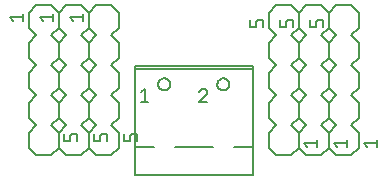
<source format=gto>
G75*
%MOIN*%
%OFA0B0*%
%FSLAX25Y25*%
%IPPOS*%
%LPD*%
%AMOC8*
5,1,8,0,0,1.08239X$1,22.5*
%
%ADD10C,0.00600*%
%ADD11C,0.00500*%
D10*
X0061500Y0015500D02*
X0061500Y0020500D01*
X0064000Y0023000D01*
X0061500Y0025500D01*
X0061500Y0030500D01*
X0064000Y0033000D01*
X0061500Y0035500D01*
X0061500Y0040500D01*
X0064000Y0043000D01*
X0061500Y0045500D01*
X0061500Y0050500D01*
X0064000Y0053000D01*
X0061500Y0055500D01*
X0061500Y0060500D01*
X0064000Y0063000D01*
X0069000Y0063000D01*
X0071500Y0060500D01*
X0071500Y0055500D01*
X0069000Y0053000D01*
X0071500Y0050500D01*
X0071500Y0045500D01*
X0069000Y0043000D01*
X0071500Y0040500D01*
X0071500Y0035500D01*
X0069000Y0033000D01*
X0071500Y0030500D01*
X0071500Y0025500D01*
X0069000Y0023000D01*
X0071500Y0020500D01*
X0071500Y0015500D01*
X0069000Y0013000D01*
X0064000Y0013000D01*
X0061500Y0015500D01*
X0071500Y0015500D02*
X0071500Y0020500D01*
X0074000Y0023000D01*
X0071500Y0025500D01*
X0071500Y0030500D01*
X0074000Y0033000D01*
X0071500Y0035500D01*
X0071500Y0040500D01*
X0074000Y0043000D01*
X0071500Y0045500D01*
X0071500Y0050500D01*
X0074000Y0053000D01*
X0071500Y0055500D01*
X0071500Y0060500D01*
X0074000Y0063000D01*
X0079000Y0063000D01*
X0081500Y0060500D01*
X0081500Y0055500D01*
X0079000Y0053000D01*
X0081500Y0050500D01*
X0081500Y0045500D01*
X0079000Y0043000D01*
X0081500Y0040500D01*
X0081500Y0035500D01*
X0079000Y0033000D01*
X0081500Y0030500D01*
X0081500Y0025500D01*
X0079000Y0023000D01*
X0081500Y0020500D01*
X0081500Y0015500D01*
X0079000Y0013000D01*
X0074000Y0013000D01*
X0071500Y0015500D01*
X0081500Y0015500D02*
X0081500Y0020500D01*
X0084000Y0023000D01*
X0081500Y0025500D01*
X0081500Y0030500D01*
X0084000Y0033000D01*
X0081500Y0035500D01*
X0081500Y0040500D01*
X0084000Y0043000D01*
X0081500Y0045500D01*
X0081500Y0050500D01*
X0084000Y0053000D01*
X0081500Y0055500D01*
X0081500Y0060500D01*
X0084000Y0063000D01*
X0089000Y0063000D01*
X0091500Y0060500D01*
X0091500Y0055500D01*
X0089000Y0053000D01*
X0091500Y0050500D01*
X0091500Y0045500D01*
X0089000Y0043000D01*
X0091500Y0040500D01*
X0091500Y0035500D01*
X0089000Y0033000D01*
X0091500Y0030500D01*
X0091500Y0025500D01*
X0089000Y0023000D01*
X0091500Y0020500D01*
X0091500Y0015500D01*
X0089000Y0013000D01*
X0084000Y0013000D01*
X0081500Y0015500D01*
X0096858Y0015902D02*
X0096858Y0041902D01*
X0096858Y0042701D01*
X0136157Y0042701D01*
X0136157Y0041902D01*
X0136157Y0015902D01*
X0136157Y0006500D01*
X0096858Y0006500D01*
X0096858Y0015902D01*
X0103157Y0015902D01*
X0110157Y0015902D02*
X0122858Y0015902D01*
X0129858Y0015902D02*
X0136157Y0015902D01*
X0141500Y0015500D02*
X0144000Y0013000D01*
X0149000Y0013000D01*
X0151500Y0015500D01*
X0154000Y0013000D01*
X0159000Y0013000D01*
X0161500Y0015500D01*
X0164000Y0013000D01*
X0169000Y0013000D01*
X0171500Y0015500D01*
X0171500Y0020500D01*
X0169000Y0023000D01*
X0171500Y0025500D01*
X0171500Y0030500D01*
X0169000Y0033000D01*
X0171500Y0035500D01*
X0171500Y0040500D01*
X0169000Y0043000D01*
X0171500Y0045500D01*
X0171500Y0050500D01*
X0169000Y0053000D01*
X0171500Y0055500D01*
X0171500Y0060500D01*
X0169000Y0063000D01*
X0164000Y0063000D01*
X0161500Y0060500D01*
X0161500Y0055500D01*
X0164000Y0053000D01*
X0161500Y0050500D01*
X0161500Y0045500D01*
X0164000Y0043000D01*
X0161500Y0040500D01*
X0161500Y0035500D01*
X0164000Y0033000D01*
X0161500Y0030500D01*
X0161500Y0025500D01*
X0164000Y0023000D01*
X0161500Y0020500D01*
X0161500Y0015500D01*
X0161500Y0020500D01*
X0159000Y0023000D01*
X0161500Y0025500D01*
X0161500Y0030500D01*
X0159000Y0033000D01*
X0161500Y0035500D01*
X0161500Y0040500D01*
X0159000Y0043000D01*
X0161500Y0045500D01*
X0161500Y0050500D01*
X0159000Y0053000D01*
X0161500Y0055500D01*
X0161500Y0060500D01*
X0159000Y0063000D01*
X0154000Y0063000D01*
X0151500Y0060500D01*
X0151500Y0055500D01*
X0154000Y0053000D01*
X0151500Y0050500D01*
X0151500Y0045500D01*
X0154000Y0043000D01*
X0151500Y0040500D01*
X0151500Y0035500D01*
X0154000Y0033000D01*
X0151500Y0030500D01*
X0151500Y0025500D01*
X0154000Y0023000D01*
X0151500Y0020500D01*
X0151500Y0015500D01*
X0151500Y0020500D01*
X0149000Y0023000D01*
X0151500Y0025500D01*
X0151500Y0030500D01*
X0149000Y0033000D01*
X0151500Y0035500D01*
X0151500Y0040500D01*
X0149000Y0043000D01*
X0151500Y0045500D01*
X0151500Y0050500D01*
X0149000Y0053000D01*
X0151500Y0055500D01*
X0151500Y0060500D01*
X0149000Y0063000D01*
X0144000Y0063000D01*
X0141500Y0060500D01*
X0141500Y0055500D01*
X0144000Y0053000D01*
X0141500Y0050500D01*
X0141500Y0045500D01*
X0144000Y0043000D01*
X0141500Y0040500D01*
X0141500Y0035500D01*
X0144000Y0033000D01*
X0141500Y0030500D01*
X0141500Y0025500D01*
X0144000Y0023000D01*
X0141500Y0020500D01*
X0141500Y0015500D01*
X0124357Y0036700D02*
X0124359Y0036789D01*
X0124365Y0036878D01*
X0124375Y0036967D01*
X0124389Y0037055D01*
X0124406Y0037142D01*
X0124428Y0037228D01*
X0124454Y0037314D01*
X0124483Y0037398D01*
X0124516Y0037481D01*
X0124552Y0037562D01*
X0124593Y0037642D01*
X0124636Y0037719D01*
X0124683Y0037795D01*
X0124734Y0037868D01*
X0124787Y0037939D01*
X0124844Y0038008D01*
X0124904Y0038074D01*
X0124967Y0038138D01*
X0125032Y0038198D01*
X0125100Y0038256D01*
X0125171Y0038310D01*
X0125244Y0038361D01*
X0125319Y0038409D01*
X0125396Y0038454D01*
X0125475Y0038495D01*
X0125556Y0038532D01*
X0125638Y0038566D01*
X0125722Y0038597D01*
X0125807Y0038623D01*
X0125893Y0038646D01*
X0125980Y0038664D01*
X0126068Y0038679D01*
X0126157Y0038690D01*
X0126246Y0038697D01*
X0126335Y0038700D01*
X0126424Y0038699D01*
X0126513Y0038694D01*
X0126601Y0038685D01*
X0126690Y0038672D01*
X0126777Y0038655D01*
X0126864Y0038635D01*
X0126950Y0038610D01*
X0127034Y0038582D01*
X0127117Y0038550D01*
X0127199Y0038514D01*
X0127279Y0038475D01*
X0127357Y0038432D01*
X0127433Y0038386D01*
X0127507Y0038336D01*
X0127579Y0038283D01*
X0127648Y0038227D01*
X0127715Y0038168D01*
X0127779Y0038106D01*
X0127840Y0038042D01*
X0127899Y0037974D01*
X0127954Y0037904D01*
X0128006Y0037832D01*
X0128055Y0037757D01*
X0128100Y0037681D01*
X0128142Y0037602D01*
X0128180Y0037522D01*
X0128215Y0037440D01*
X0128246Y0037356D01*
X0128274Y0037271D01*
X0128297Y0037185D01*
X0128317Y0037098D01*
X0128333Y0037011D01*
X0128345Y0036922D01*
X0128353Y0036834D01*
X0128357Y0036745D01*
X0128357Y0036655D01*
X0128353Y0036566D01*
X0128345Y0036478D01*
X0128333Y0036389D01*
X0128317Y0036302D01*
X0128297Y0036215D01*
X0128274Y0036129D01*
X0128246Y0036044D01*
X0128215Y0035960D01*
X0128180Y0035878D01*
X0128142Y0035798D01*
X0128100Y0035719D01*
X0128055Y0035643D01*
X0128006Y0035568D01*
X0127954Y0035496D01*
X0127899Y0035426D01*
X0127840Y0035358D01*
X0127779Y0035294D01*
X0127715Y0035232D01*
X0127648Y0035173D01*
X0127579Y0035117D01*
X0127507Y0035064D01*
X0127433Y0035014D01*
X0127357Y0034968D01*
X0127279Y0034925D01*
X0127199Y0034886D01*
X0127117Y0034850D01*
X0127034Y0034818D01*
X0126950Y0034790D01*
X0126864Y0034765D01*
X0126777Y0034745D01*
X0126690Y0034728D01*
X0126601Y0034715D01*
X0126513Y0034706D01*
X0126424Y0034701D01*
X0126335Y0034700D01*
X0126246Y0034703D01*
X0126157Y0034710D01*
X0126068Y0034721D01*
X0125980Y0034736D01*
X0125893Y0034754D01*
X0125807Y0034777D01*
X0125722Y0034803D01*
X0125638Y0034834D01*
X0125556Y0034868D01*
X0125475Y0034905D01*
X0125396Y0034946D01*
X0125319Y0034991D01*
X0125244Y0035039D01*
X0125171Y0035090D01*
X0125100Y0035144D01*
X0125032Y0035202D01*
X0124967Y0035262D01*
X0124904Y0035326D01*
X0124844Y0035392D01*
X0124787Y0035461D01*
X0124734Y0035532D01*
X0124683Y0035605D01*
X0124636Y0035681D01*
X0124593Y0035758D01*
X0124552Y0035838D01*
X0124516Y0035919D01*
X0124483Y0036002D01*
X0124454Y0036086D01*
X0124428Y0036172D01*
X0124406Y0036258D01*
X0124389Y0036345D01*
X0124375Y0036433D01*
X0124365Y0036522D01*
X0124359Y0036611D01*
X0124357Y0036700D01*
X0136157Y0041902D02*
X0096858Y0041902D01*
X0104657Y0036700D02*
X0104659Y0036789D01*
X0104665Y0036878D01*
X0104675Y0036967D01*
X0104689Y0037055D01*
X0104706Y0037142D01*
X0104728Y0037228D01*
X0104754Y0037314D01*
X0104783Y0037398D01*
X0104816Y0037481D01*
X0104852Y0037562D01*
X0104893Y0037642D01*
X0104936Y0037719D01*
X0104983Y0037795D01*
X0105034Y0037868D01*
X0105087Y0037939D01*
X0105144Y0038008D01*
X0105204Y0038074D01*
X0105267Y0038138D01*
X0105332Y0038198D01*
X0105400Y0038256D01*
X0105471Y0038310D01*
X0105544Y0038361D01*
X0105619Y0038409D01*
X0105696Y0038454D01*
X0105775Y0038495D01*
X0105856Y0038532D01*
X0105938Y0038566D01*
X0106022Y0038597D01*
X0106107Y0038623D01*
X0106193Y0038646D01*
X0106280Y0038664D01*
X0106368Y0038679D01*
X0106457Y0038690D01*
X0106546Y0038697D01*
X0106635Y0038700D01*
X0106724Y0038699D01*
X0106813Y0038694D01*
X0106901Y0038685D01*
X0106990Y0038672D01*
X0107077Y0038655D01*
X0107164Y0038635D01*
X0107250Y0038610D01*
X0107334Y0038582D01*
X0107417Y0038550D01*
X0107499Y0038514D01*
X0107579Y0038475D01*
X0107657Y0038432D01*
X0107733Y0038386D01*
X0107807Y0038336D01*
X0107879Y0038283D01*
X0107948Y0038227D01*
X0108015Y0038168D01*
X0108079Y0038106D01*
X0108140Y0038042D01*
X0108199Y0037974D01*
X0108254Y0037904D01*
X0108306Y0037832D01*
X0108355Y0037757D01*
X0108400Y0037681D01*
X0108442Y0037602D01*
X0108480Y0037522D01*
X0108515Y0037440D01*
X0108546Y0037356D01*
X0108574Y0037271D01*
X0108597Y0037185D01*
X0108617Y0037098D01*
X0108633Y0037011D01*
X0108645Y0036922D01*
X0108653Y0036834D01*
X0108657Y0036745D01*
X0108657Y0036655D01*
X0108653Y0036566D01*
X0108645Y0036478D01*
X0108633Y0036389D01*
X0108617Y0036302D01*
X0108597Y0036215D01*
X0108574Y0036129D01*
X0108546Y0036044D01*
X0108515Y0035960D01*
X0108480Y0035878D01*
X0108442Y0035798D01*
X0108400Y0035719D01*
X0108355Y0035643D01*
X0108306Y0035568D01*
X0108254Y0035496D01*
X0108199Y0035426D01*
X0108140Y0035358D01*
X0108079Y0035294D01*
X0108015Y0035232D01*
X0107948Y0035173D01*
X0107879Y0035117D01*
X0107807Y0035064D01*
X0107733Y0035014D01*
X0107657Y0034968D01*
X0107579Y0034925D01*
X0107499Y0034886D01*
X0107417Y0034850D01*
X0107334Y0034818D01*
X0107250Y0034790D01*
X0107164Y0034765D01*
X0107077Y0034745D01*
X0106990Y0034728D01*
X0106901Y0034715D01*
X0106813Y0034706D01*
X0106724Y0034701D01*
X0106635Y0034700D01*
X0106546Y0034703D01*
X0106457Y0034710D01*
X0106368Y0034721D01*
X0106280Y0034736D01*
X0106193Y0034754D01*
X0106107Y0034777D01*
X0106022Y0034803D01*
X0105938Y0034834D01*
X0105856Y0034868D01*
X0105775Y0034905D01*
X0105696Y0034946D01*
X0105619Y0034991D01*
X0105544Y0035039D01*
X0105471Y0035090D01*
X0105400Y0035144D01*
X0105332Y0035202D01*
X0105267Y0035262D01*
X0105204Y0035326D01*
X0105144Y0035392D01*
X0105087Y0035461D01*
X0105034Y0035532D01*
X0104983Y0035605D01*
X0104936Y0035681D01*
X0104893Y0035758D01*
X0104852Y0035838D01*
X0104816Y0035919D01*
X0104783Y0036002D01*
X0104754Y0036086D01*
X0104728Y0036172D01*
X0104706Y0036258D01*
X0104689Y0036345D01*
X0104675Y0036433D01*
X0104665Y0036522D01*
X0104659Y0036611D01*
X0104657Y0036700D01*
D11*
X0100157Y0035250D02*
X0100157Y0030750D01*
X0098907Y0030750D02*
X0101407Y0030750D01*
X0098907Y0034250D02*
X0100157Y0035250D01*
X0118407Y0030750D02*
X0120907Y0030750D01*
X0118407Y0030750D02*
X0120532Y0033250D01*
X0119782Y0035250D02*
X0119709Y0035248D01*
X0119637Y0035243D01*
X0119565Y0035234D01*
X0119493Y0035221D01*
X0119422Y0035205D01*
X0119352Y0035185D01*
X0119284Y0035161D01*
X0119216Y0035135D01*
X0119150Y0035104D01*
X0119085Y0035071D01*
X0119023Y0035034D01*
X0118962Y0034995D01*
X0118903Y0034952D01*
X0118846Y0034906D01*
X0118792Y0034858D01*
X0118741Y0034807D01*
X0118691Y0034753D01*
X0118645Y0034697D01*
X0118602Y0034639D01*
X0118561Y0034578D01*
X0118524Y0034516D01*
X0118490Y0034452D01*
X0118459Y0034386D01*
X0118431Y0034319D01*
X0118407Y0034250D01*
X0120532Y0033250D02*
X0120578Y0033296D01*
X0120622Y0033345D01*
X0120662Y0033396D01*
X0120700Y0033449D01*
X0120735Y0033504D01*
X0120767Y0033561D01*
X0120796Y0033619D01*
X0120822Y0033679D01*
X0120844Y0033741D01*
X0120863Y0033803D01*
X0120879Y0033866D01*
X0120891Y0033930D01*
X0120900Y0033995D01*
X0120905Y0034060D01*
X0120907Y0034125D01*
X0120905Y0034190D01*
X0120899Y0034256D01*
X0120890Y0034320D01*
X0120877Y0034384D01*
X0120860Y0034448D01*
X0120839Y0034510D01*
X0120815Y0034571D01*
X0120787Y0034630D01*
X0120756Y0034688D01*
X0120722Y0034743D01*
X0120684Y0034797D01*
X0120644Y0034848D01*
X0120600Y0034897D01*
X0120554Y0034943D01*
X0120505Y0034987D01*
X0120454Y0035027D01*
X0120400Y0035065D01*
X0120345Y0035099D01*
X0120287Y0035130D01*
X0120228Y0035158D01*
X0120167Y0035182D01*
X0120105Y0035203D01*
X0120041Y0035220D01*
X0119977Y0035233D01*
X0119913Y0035242D01*
X0119847Y0035248D01*
X0119782Y0035250D01*
X0096750Y0020250D02*
X0096250Y0020250D01*
X0096190Y0020248D01*
X0096129Y0020243D01*
X0096070Y0020234D01*
X0096011Y0020221D01*
X0095952Y0020205D01*
X0095895Y0020185D01*
X0095840Y0020162D01*
X0095785Y0020135D01*
X0095733Y0020106D01*
X0095682Y0020073D01*
X0095633Y0020037D01*
X0095587Y0019999D01*
X0095543Y0019957D01*
X0095501Y0019913D01*
X0095463Y0019867D01*
X0095427Y0019818D01*
X0095394Y0019767D01*
X0095365Y0019715D01*
X0095338Y0019660D01*
X0095315Y0019605D01*
X0095295Y0019548D01*
X0095279Y0019489D01*
X0095266Y0019430D01*
X0095257Y0019371D01*
X0095252Y0019310D01*
X0095250Y0019250D01*
X0095250Y0017750D01*
X0093250Y0017750D01*
X0093250Y0020250D01*
X0096750Y0020250D02*
X0096810Y0020248D01*
X0096871Y0020243D01*
X0096930Y0020234D01*
X0096989Y0020221D01*
X0097048Y0020205D01*
X0097105Y0020185D01*
X0097160Y0020162D01*
X0097215Y0020135D01*
X0097267Y0020106D01*
X0097318Y0020073D01*
X0097367Y0020037D01*
X0097413Y0019999D01*
X0097457Y0019957D01*
X0097499Y0019913D01*
X0097537Y0019867D01*
X0097573Y0019818D01*
X0097606Y0019767D01*
X0097635Y0019715D01*
X0097662Y0019660D01*
X0097685Y0019605D01*
X0097705Y0019548D01*
X0097721Y0019489D01*
X0097734Y0019430D01*
X0097743Y0019371D01*
X0097748Y0019310D01*
X0097750Y0019250D01*
X0097750Y0017750D01*
X0087750Y0017750D02*
X0087750Y0019250D01*
X0087748Y0019310D01*
X0087743Y0019371D01*
X0087734Y0019430D01*
X0087721Y0019489D01*
X0087705Y0019548D01*
X0087685Y0019605D01*
X0087662Y0019660D01*
X0087635Y0019715D01*
X0087606Y0019767D01*
X0087573Y0019818D01*
X0087537Y0019867D01*
X0087499Y0019913D01*
X0087457Y0019957D01*
X0087413Y0019999D01*
X0087367Y0020037D01*
X0087318Y0020073D01*
X0087267Y0020106D01*
X0087215Y0020135D01*
X0087160Y0020162D01*
X0087105Y0020185D01*
X0087048Y0020205D01*
X0086989Y0020221D01*
X0086930Y0020234D01*
X0086871Y0020243D01*
X0086810Y0020248D01*
X0086750Y0020250D01*
X0086250Y0020250D01*
X0086190Y0020248D01*
X0086129Y0020243D01*
X0086070Y0020234D01*
X0086011Y0020221D01*
X0085952Y0020205D01*
X0085895Y0020185D01*
X0085840Y0020162D01*
X0085785Y0020135D01*
X0085733Y0020106D01*
X0085682Y0020073D01*
X0085633Y0020037D01*
X0085587Y0019999D01*
X0085543Y0019957D01*
X0085501Y0019913D01*
X0085463Y0019867D01*
X0085427Y0019818D01*
X0085394Y0019767D01*
X0085365Y0019715D01*
X0085338Y0019660D01*
X0085315Y0019605D01*
X0085295Y0019548D01*
X0085279Y0019489D01*
X0085266Y0019430D01*
X0085257Y0019371D01*
X0085252Y0019310D01*
X0085250Y0019250D01*
X0085250Y0017750D01*
X0083250Y0017750D01*
X0083250Y0020250D01*
X0077750Y0019250D02*
X0077750Y0017750D01*
X0075250Y0017750D02*
X0073250Y0017750D01*
X0073250Y0020250D01*
X0075250Y0019250D02*
X0075250Y0017750D01*
X0075250Y0019250D02*
X0075252Y0019310D01*
X0075257Y0019371D01*
X0075266Y0019430D01*
X0075279Y0019489D01*
X0075295Y0019548D01*
X0075315Y0019605D01*
X0075338Y0019660D01*
X0075365Y0019715D01*
X0075394Y0019767D01*
X0075427Y0019818D01*
X0075463Y0019867D01*
X0075501Y0019913D01*
X0075543Y0019957D01*
X0075587Y0019999D01*
X0075633Y0020037D01*
X0075682Y0020073D01*
X0075733Y0020106D01*
X0075785Y0020135D01*
X0075840Y0020162D01*
X0075895Y0020185D01*
X0075952Y0020205D01*
X0076011Y0020221D01*
X0076070Y0020234D01*
X0076129Y0020243D01*
X0076190Y0020248D01*
X0076250Y0020250D01*
X0076750Y0020250D01*
X0076810Y0020248D01*
X0076871Y0020243D01*
X0076930Y0020234D01*
X0076989Y0020221D01*
X0077048Y0020205D01*
X0077105Y0020185D01*
X0077160Y0020162D01*
X0077215Y0020135D01*
X0077267Y0020106D01*
X0077318Y0020073D01*
X0077367Y0020037D01*
X0077413Y0019999D01*
X0077457Y0019957D01*
X0077499Y0019913D01*
X0077537Y0019867D01*
X0077573Y0019818D01*
X0077606Y0019767D01*
X0077635Y0019715D01*
X0077662Y0019660D01*
X0077685Y0019605D01*
X0077705Y0019548D01*
X0077721Y0019489D01*
X0077734Y0019430D01*
X0077743Y0019371D01*
X0077748Y0019310D01*
X0077750Y0019250D01*
X0153250Y0017000D02*
X0157750Y0017000D01*
X0157750Y0015750D02*
X0157750Y0018250D01*
X0154250Y0015750D02*
X0153250Y0017000D01*
X0163250Y0017000D02*
X0164250Y0015750D01*
X0163250Y0017000D02*
X0167750Y0017000D01*
X0167750Y0015750D02*
X0167750Y0018250D01*
X0173250Y0017000D02*
X0174250Y0015750D01*
X0173250Y0017000D02*
X0177750Y0017000D01*
X0177750Y0015750D02*
X0177750Y0018250D01*
X0159750Y0055750D02*
X0159750Y0057250D01*
X0159748Y0057310D01*
X0159743Y0057371D01*
X0159734Y0057430D01*
X0159721Y0057489D01*
X0159705Y0057548D01*
X0159685Y0057605D01*
X0159662Y0057660D01*
X0159635Y0057715D01*
X0159606Y0057767D01*
X0159573Y0057818D01*
X0159537Y0057867D01*
X0159499Y0057913D01*
X0159457Y0057957D01*
X0159413Y0057999D01*
X0159367Y0058037D01*
X0159318Y0058073D01*
X0159267Y0058106D01*
X0159215Y0058135D01*
X0159160Y0058162D01*
X0159105Y0058185D01*
X0159048Y0058205D01*
X0158989Y0058221D01*
X0158930Y0058234D01*
X0158871Y0058243D01*
X0158810Y0058248D01*
X0158750Y0058250D01*
X0158250Y0058250D01*
X0158190Y0058248D01*
X0158129Y0058243D01*
X0158070Y0058234D01*
X0158011Y0058221D01*
X0157952Y0058205D01*
X0157895Y0058185D01*
X0157840Y0058162D01*
X0157785Y0058135D01*
X0157733Y0058106D01*
X0157682Y0058073D01*
X0157633Y0058037D01*
X0157587Y0057999D01*
X0157543Y0057957D01*
X0157501Y0057913D01*
X0157463Y0057867D01*
X0157427Y0057818D01*
X0157394Y0057767D01*
X0157365Y0057715D01*
X0157338Y0057660D01*
X0157315Y0057605D01*
X0157295Y0057548D01*
X0157279Y0057489D01*
X0157266Y0057430D01*
X0157257Y0057371D01*
X0157252Y0057310D01*
X0157250Y0057250D01*
X0157250Y0055750D01*
X0155250Y0055750D01*
X0155250Y0058250D01*
X0149750Y0057250D02*
X0149750Y0055750D01*
X0147250Y0055750D02*
X0145250Y0055750D01*
X0145250Y0058250D01*
X0147250Y0057250D02*
X0147250Y0055750D01*
X0147250Y0057250D02*
X0147252Y0057310D01*
X0147257Y0057371D01*
X0147266Y0057430D01*
X0147279Y0057489D01*
X0147295Y0057548D01*
X0147315Y0057605D01*
X0147338Y0057660D01*
X0147365Y0057715D01*
X0147394Y0057767D01*
X0147427Y0057818D01*
X0147463Y0057867D01*
X0147501Y0057913D01*
X0147543Y0057957D01*
X0147587Y0057999D01*
X0147633Y0058037D01*
X0147682Y0058073D01*
X0147733Y0058106D01*
X0147785Y0058135D01*
X0147840Y0058162D01*
X0147895Y0058185D01*
X0147952Y0058205D01*
X0148011Y0058221D01*
X0148070Y0058234D01*
X0148129Y0058243D01*
X0148190Y0058248D01*
X0148250Y0058250D01*
X0148750Y0058250D01*
X0148810Y0058248D01*
X0148871Y0058243D01*
X0148930Y0058234D01*
X0148989Y0058221D01*
X0149048Y0058205D01*
X0149105Y0058185D01*
X0149160Y0058162D01*
X0149215Y0058135D01*
X0149267Y0058106D01*
X0149318Y0058073D01*
X0149367Y0058037D01*
X0149413Y0057999D01*
X0149457Y0057957D01*
X0149499Y0057913D01*
X0149537Y0057867D01*
X0149573Y0057818D01*
X0149606Y0057767D01*
X0149635Y0057715D01*
X0149662Y0057660D01*
X0149685Y0057605D01*
X0149705Y0057548D01*
X0149721Y0057489D01*
X0149734Y0057430D01*
X0149743Y0057371D01*
X0149748Y0057310D01*
X0149750Y0057250D01*
X0139750Y0057250D02*
X0139750Y0055750D01*
X0137250Y0055750D02*
X0135250Y0055750D01*
X0135250Y0058250D01*
X0137250Y0057250D02*
X0137250Y0055750D01*
X0137250Y0057250D02*
X0137252Y0057310D01*
X0137257Y0057371D01*
X0137266Y0057430D01*
X0137279Y0057489D01*
X0137295Y0057548D01*
X0137315Y0057605D01*
X0137338Y0057660D01*
X0137365Y0057715D01*
X0137394Y0057767D01*
X0137427Y0057818D01*
X0137463Y0057867D01*
X0137501Y0057913D01*
X0137543Y0057957D01*
X0137587Y0057999D01*
X0137633Y0058037D01*
X0137682Y0058073D01*
X0137733Y0058106D01*
X0137785Y0058135D01*
X0137840Y0058162D01*
X0137895Y0058185D01*
X0137952Y0058205D01*
X0138011Y0058221D01*
X0138070Y0058234D01*
X0138129Y0058243D01*
X0138190Y0058248D01*
X0138250Y0058250D01*
X0138750Y0058250D01*
X0138810Y0058248D01*
X0138871Y0058243D01*
X0138930Y0058234D01*
X0138989Y0058221D01*
X0139048Y0058205D01*
X0139105Y0058185D01*
X0139160Y0058162D01*
X0139215Y0058135D01*
X0139267Y0058106D01*
X0139318Y0058073D01*
X0139367Y0058037D01*
X0139413Y0057999D01*
X0139457Y0057957D01*
X0139499Y0057913D01*
X0139537Y0057867D01*
X0139573Y0057818D01*
X0139606Y0057767D01*
X0139635Y0057715D01*
X0139662Y0057660D01*
X0139685Y0057605D01*
X0139705Y0057548D01*
X0139721Y0057489D01*
X0139734Y0057430D01*
X0139743Y0057371D01*
X0139748Y0057310D01*
X0139750Y0057250D01*
X0079750Y0057750D02*
X0079750Y0060250D01*
X0079750Y0059000D02*
X0075250Y0059000D01*
X0076250Y0057750D01*
X0069750Y0057750D02*
X0069750Y0060250D01*
X0069750Y0059000D02*
X0065250Y0059000D01*
X0066250Y0057750D01*
X0059750Y0057750D02*
X0059750Y0060250D01*
X0059750Y0059000D02*
X0055250Y0059000D01*
X0056250Y0057750D01*
M02*

</source>
